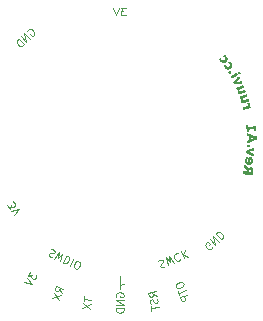
<source format=gbo>
G04 #@! TF.FileFunction,Legend,Bot*
%FSLAX46Y46*%
G04 Gerber Fmt 4.6, Leading zero omitted, Abs format (unit mm)*
G04 Created by KiCad (PCBNEW 0.201503110816+5502~22~ubuntu14.04.1-product) date ថ្ងៃ​អាទិត្យ ថ្ងៃ 29 ខែ មិនា ឆ្នាំ  2015, 13 ម៉ោង m នាទី 44 វិនាទី​*
%MOMM*%
G01*
G04 APERTURE LIST*
%ADD10C,0.020000*%
%ADD11C,0.100000*%
G04 APERTURE END LIST*
D10*
D11*
X92200000Y-108300000D02*
X92370000Y-108300000D01*
X92150000Y-108300000D02*
X92200000Y-108300000D01*
X92080000Y-108320000D02*
X92150000Y-108300000D01*
X92050000Y-108340000D02*
X92080000Y-108320000D01*
X92010000Y-108410000D02*
X92050000Y-108340000D01*
X92000000Y-108480000D02*
X92010000Y-108410000D01*
X92000000Y-108650000D02*
X92000000Y-107550000D01*
X84160545Y-86844559D02*
X84184710Y-86779703D01*
X84252621Y-86716374D01*
X84341642Y-86675683D01*
X84429135Y-86678738D01*
X84493991Y-86702903D01*
X84601066Y-86772342D01*
X84664394Y-86840254D01*
X84726195Y-86951912D01*
X84745777Y-87018295D01*
X84742722Y-87105788D01*
X84695920Y-87191754D01*
X84650646Y-87233973D01*
X84561625Y-87274664D01*
X84517878Y-87273136D01*
X84370112Y-87114676D01*
X84460660Y-87030239D01*
X84356363Y-87508396D02*
X83913064Y-87033017D01*
X84084718Y-87761710D01*
X83641419Y-87286330D01*
X83858346Y-87972805D02*
X83415047Y-87497425D01*
X83301861Y-87602972D01*
X83255059Y-87688937D01*
X83252004Y-87776431D01*
X83271586Y-87842815D01*
X83333387Y-87954472D01*
X83396715Y-88022383D01*
X83503790Y-88091823D01*
X83568646Y-88115987D01*
X83656139Y-88119043D01*
X83745160Y-88078352D01*
X83858346Y-87972805D01*
X92475238Y-84874048D02*
X92072857Y-84874048D01*
X92289524Y-85121667D01*
X92196666Y-85121667D01*
X92134762Y-85152619D01*
X92103809Y-85183571D01*
X92072857Y-85245476D01*
X92072857Y-85400238D01*
X92103809Y-85462143D01*
X92134762Y-85493095D01*
X92196666Y-85524048D01*
X92382381Y-85524048D01*
X92444285Y-85493095D01*
X92475238Y-85462143D01*
X91887142Y-84874048D02*
X91670476Y-85524048D01*
X91453809Y-84874048D01*
X82427969Y-101598475D02*
X82652977Y-101932064D01*
X82737104Y-101613972D01*
X82789030Y-101690955D01*
X82849306Y-101724967D01*
X82892276Y-101733320D01*
X82960905Y-101724364D01*
X83089209Y-101637822D01*
X83123222Y-101577545D01*
X83131574Y-101534576D01*
X83122619Y-101465946D01*
X83018768Y-101311981D01*
X82958491Y-101277969D01*
X82915522Y-101269616D01*
X82756828Y-102086029D02*
X83416860Y-101902177D01*
X82999145Y-102445278D01*
X99829455Y-105135441D02*
X99805290Y-105200297D01*
X99737379Y-105263626D01*
X99648358Y-105304317D01*
X99560865Y-105301262D01*
X99496009Y-105277097D01*
X99388934Y-105207658D01*
X99325606Y-105139746D01*
X99263805Y-105028088D01*
X99244223Y-104961705D01*
X99247278Y-104874212D01*
X99294080Y-104788246D01*
X99339354Y-104746027D01*
X99428375Y-104705336D01*
X99472122Y-104706864D01*
X99619888Y-104865324D01*
X99529340Y-104949761D01*
X99633637Y-104471604D02*
X100076936Y-104946983D01*
X99905282Y-104218290D01*
X100348581Y-104693670D01*
X100131654Y-104007195D02*
X100574953Y-104482575D01*
X100688139Y-104377028D01*
X100734941Y-104291063D01*
X100737996Y-104203569D01*
X100718414Y-104137185D01*
X100656613Y-104025528D01*
X100593285Y-103957617D01*
X100486210Y-103888177D01*
X100421354Y-103864013D01*
X100333861Y-103860957D01*
X100244840Y-103901648D01*
X100131654Y-104007195D01*
X95266021Y-106329488D02*
X95339402Y-106264713D01*
X95481861Y-106204243D01*
X95550938Y-106208547D01*
X95591524Y-106224945D01*
X95644204Y-106269835D01*
X95668392Y-106326818D01*
X95664088Y-106395895D01*
X95647690Y-106436482D01*
X95602801Y-106489161D01*
X95500928Y-106566030D01*
X95456038Y-106618710D01*
X95439640Y-106659295D01*
X95435337Y-106728373D01*
X95459525Y-106785357D01*
X95512205Y-106830247D01*
X95552790Y-106846644D01*
X95621868Y-106850947D01*
X95764327Y-106790477D01*
X95837709Y-106725704D01*
X96049246Y-106669536D02*
X95937730Y-106010738D01*
X96233108Y-106389739D01*
X96165664Y-105913986D01*
X96562099Y-106451843D01*
X96902147Y-105668618D02*
X96861562Y-105652221D01*
X96763992Y-105660010D01*
X96707008Y-105684199D01*
X96633627Y-105748973D01*
X96600832Y-105830145D01*
X96596528Y-105899222D01*
X96616413Y-106025284D01*
X96652695Y-106110759D01*
X96729563Y-106212632D01*
X96782242Y-106257522D01*
X96863414Y-106290317D01*
X96960984Y-106282527D01*
X97017968Y-106258338D01*
X97091349Y-106193565D01*
X97107747Y-106152979D01*
X97134386Y-105502788D02*
X97388361Y-106101116D01*
X97476287Y-105357659D02*
X97364990Y-105808408D01*
X97730263Y-105955987D02*
X97243233Y-105759214D01*
X86172859Y-105299449D02*
X86270097Y-105310639D01*
X86410359Y-105376044D01*
X86453382Y-105430259D01*
X86468354Y-105471392D01*
X86470244Y-105540578D01*
X86444081Y-105596683D01*
X86389868Y-105639706D01*
X86348733Y-105654678D01*
X86279548Y-105656568D01*
X86154257Y-105632297D01*
X86085071Y-105634187D01*
X86043938Y-105649158D01*
X85989724Y-105692182D01*
X85963562Y-105748287D01*
X85965452Y-105817473D01*
X85980423Y-105858606D01*
X86023447Y-105912820D01*
X86163709Y-105978225D01*
X86260947Y-105989416D01*
X86444233Y-106109036D02*
X86859197Y-105585341D01*
X86775191Y-106058451D01*
X87083616Y-105689989D01*
X86949176Y-106344495D01*
X87448297Y-105860043D02*
X87173595Y-106449143D01*
X87313857Y-106514548D01*
X87411095Y-106525739D01*
X87493362Y-106495796D01*
X87547576Y-106452772D01*
X87627952Y-106353644D01*
X87667195Y-106269487D01*
X87691468Y-106144196D01*
X87689578Y-106075011D01*
X87659635Y-105992744D01*
X87588559Y-105925448D01*
X87448297Y-105860043D01*
X88037397Y-106134745D02*
X87762695Y-106723845D01*
X88155428Y-106906979D02*
X88267638Y-106959304D01*
X88336824Y-106957414D01*
X88419090Y-106927471D01*
X88499467Y-106828343D01*
X88591035Y-106631976D01*
X88615306Y-106506685D01*
X88585364Y-106424419D01*
X88542340Y-106370204D01*
X88430130Y-106317879D01*
X88360945Y-106319770D01*
X88278678Y-106349713D01*
X88198302Y-106448841D01*
X88106734Y-106645208D01*
X88082462Y-106770498D01*
X88112405Y-106852765D01*
X88155428Y-106906979D01*
X84409356Y-107233135D02*
X84208165Y-107581607D01*
X84530943Y-107517778D01*
X84484514Y-107598195D01*
X84480367Y-107667282D01*
X84491696Y-107709564D01*
X84529831Y-107767321D01*
X84663859Y-107844702D01*
X84732946Y-107848850D01*
X84775228Y-107837520D01*
X84832986Y-107799386D01*
X84925844Y-107638552D01*
X84929989Y-107569465D01*
X84918661Y-107527183D01*
X84115308Y-107742441D02*
X84569891Y-108255080D01*
X83898641Y-108117719D01*
X87073367Y-109028770D02*
X86856614Y-108719307D01*
X87200403Y-108679742D02*
X86589603Y-108457428D01*
X86504912Y-108690114D01*
X86512825Y-108758872D01*
X86531324Y-108798544D01*
X86578909Y-108848802D01*
X86666166Y-108880561D01*
X86734924Y-108872648D01*
X86774596Y-108854149D01*
X86824855Y-108806564D01*
X86909546Y-108573878D01*
X86388462Y-109010057D02*
X86851054Y-109639570D01*
X86240254Y-109417257D02*
X86999263Y-109232370D01*
X88985453Y-109320475D02*
X88920955Y-109686261D01*
X89593329Y-109616239D02*
X88953204Y-109503368D01*
X88894081Y-109838671D02*
X89458959Y-110378292D01*
X88818833Y-110265421D02*
X89534206Y-109951543D01*
X91705000Y-109334762D02*
X91674048Y-109272857D01*
X91674048Y-109180000D01*
X91705000Y-109087143D01*
X91766905Y-109025238D01*
X91828810Y-108994286D01*
X91952619Y-108963334D01*
X92045476Y-108963334D01*
X92169286Y-108994286D01*
X92231190Y-109025238D01*
X92293095Y-109087143D01*
X92324048Y-109180000D01*
X92324048Y-109241905D01*
X92293095Y-109334762D01*
X92262143Y-109365714D01*
X92045476Y-109365714D01*
X92045476Y-109241905D01*
X92324048Y-109644286D02*
X91674048Y-109644286D01*
X92324048Y-110015714D01*
X91674048Y-110015714D01*
X92324048Y-110325238D02*
X91674048Y-110325238D01*
X91674048Y-110480000D01*
X91705000Y-110572857D01*
X91766905Y-110634762D01*
X91828810Y-110665714D01*
X91952619Y-110696666D01*
X92045476Y-110696666D01*
X92169286Y-110665714D01*
X92231190Y-110634762D01*
X92293095Y-110572857D01*
X92324048Y-110480000D01*
X92324048Y-110325238D01*
X95107770Y-109248394D02*
X94765325Y-109088768D01*
X95043272Y-108882609D02*
X94403147Y-108995480D01*
X94446146Y-109239337D01*
X94487377Y-109294927D01*
X94523234Y-109320034D01*
X94589573Y-109339766D01*
X94681019Y-109323641D01*
X94736609Y-109282410D01*
X94761716Y-109246553D01*
X94781449Y-109180214D01*
X94738451Y-108936357D01*
X95120286Y-109497627D02*
X95166893Y-109583698D01*
X95193768Y-109736109D01*
X95174034Y-109802448D01*
X95148927Y-109838305D01*
X95093338Y-109879536D01*
X95032373Y-109890286D01*
X94966035Y-109870554D01*
X94930177Y-109845446D01*
X94888946Y-109789857D01*
X94836964Y-109673303D01*
X94795732Y-109617713D01*
X94759876Y-109592606D01*
X94693536Y-109572874D01*
X94632572Y-109583624D01*
X94576982Y-109624855D01*
X94551875Y-109660712D01*
X94532143Y-109727051D01*
X94559017Y-109879462D01*
X94605623Y-109965534D01*
X94607391Y-110153802D02*
X94671889Y-110519587D01*
X95279765Y-110223823D02*
X94639640Y-110336695D01*
X96738495Y-108405485D02*
X96780840Y-108521829D01*
X96831098Y-108569414D01*
X96910442Y-108606412D01*
X97037371Y-108593153D01*
X97240972Y-108519049D01*
X97346727Y-108447617D01*
X97383727Y-108368274D01*
X97391640Y-108299515D01*
X97349295Y-108183172D01*
X97299036Y-108135588D01*
X97219692Y-108098589D01*
X97092763Y-108111849D01*
X96889163Y-108185953D01*
X96783406Y-108257384D01*
X96746407Y-108336728D01*
X96738495Y-108405485D01*
X96897290Y-108841771D02*
X97024326Y-109190800D01*
X97571608Y-108793972D02*
X96960808Y-109016285D01*
X97709230Y-109172087D02*
X97098430Y-109394400D01*
X97183121Y-109627086D01*
X97233379Y-109674671D01*
X97273050Y-109693170D01*
X97341808Y-109701083D01*
X97429065Y-109669324D01*
X97476651Y-109619066D01*
X97495150Y-109579394D01*
X97503064Y-109510636D01*
X97418373Y-109277950D01*
G36*
X100957679Y-89003463D02*
X100929773Y-88965255D01*
X100903146Y-88931863D01*
X100880744Y-88906866D01*
X100869786Y-88896768D01*
X100840206Y-88873480D01*
X100802086Y-88900172D01*
X100763967Y-88926863D01*
X100787107Y-88939132D01*
X100827156Y-88967796D01*
X100863497Y-89007276D01*
X100892362Y-89052450D01*
X100909977Y-89098202D01*
X100912143Y-89108886D01*
X100912745Y-89161076D01*
X100897034Y-89209927D01*
X100864863Y-89255716D01*
X100816082Y-89298722D01*
X100806867Y-89305267D01*
X100762921Y-89332072D01*
X100724042Y-89346876D01*
X100685065Y-89351206D01*
X100658053Y-89349233D01*
X100613509Y-89335652D01*
X100570427Y-89308131D01*
X100532010Y-89269602D01*
X100501460Y-89222996D01*
X100488985Y-89194467D01*
X100473293Y-89151101D01*
X100440319Y-89174190D01*
X100423742Y-89186656D01*
X100414209Y-89198104D01*
X100412138Y-89211531D01*
X100417946Y-89229934D01*
X100432053Y-89256312D01*
X100454877Y-89293661D01*
X100457610Y-89298041D01*
X100507682Y-89367025D01*
X100561472Y-89419478D01*
X100618972Y-89455393D01*
X100680166Y-89474763D01*
X100745047Y-89477582D01*
X100759819Y-89475980D01*
X100785883Y-89471204D01*
X100809855Y-89463193D01*
X100836645Y-89449797D01*
X100871164Y-89428864D01*
X100879382Y-89423614D01*
X100914998Y-89399977D01*
X100940067Y-89380910D01*
X100958818Y-89362665D01*
X100975484Y-89341491D01*
X100981074Y-89333473D01*
X101011001Y-89275114D01*
X101025940Y-89211059D01*
X101025088Y-89144913D01*
X101024290Y-89139482D01*
X101019957Y-89115727D01*
X101014169Y-89095797D01*
X101004973Y-89075702D01*
X100990415Y-89051452D01*
X100968540Y-89019058D01*
X100957679Y-89003463D01*
X100957679Y-89003463D01*
X100957679Y-89003463D01*
G37*
X100957679Y-89003463D02*
X100929773Y-88965255D01*
X100903146Y-88931863D01*
X100880744Y-88906866D01*
X100869786Y-88896768D01*
X100840206Y-88873480D01*
X100802086Y-88900172D01*
X100763967Y-88926863D01*
X100787107Y-88939132D01*
X100827156Y-88967796D01*
X100863497Y-89007276D01*
X100892362Y-89052450D01*
X100909977Y-89098202D01*
X100912143Y-89108886D01*
X100912745Y-89161076D01*
X100897034Y-89209927D01*
X100864863Y-89255716D01*
X100816082Y-89298722D01*
X100806867Y-89305267D01*
X100762921Y-89332072D01*
X100724042Y-89346876D01*
X100685065Y-89351206D01*
X100658053Y-89349233D01*
X100613509Y-89335652D01*
X100570427Y-89308131D01*
X100532010Y-89269602D01*
X100501460Y-89222996D01*
X100488985Y-89194467D01*
X100473293Y-89151101D01*
X100440319Y-89174190D01*
X100423742Y-89186656D01*
X100414209Y-89198104D01*
X100412138Y-89211531D01*
X100417946Y-89229934D01*
X100432053Y-89256312D01*
X100454877Y-89293661D01*
X100457610Y-89298041D01*
X100507682Y-89367025D01*
X100561472Y-89419478D01*
X100618972Y-89455393D01*
X100680166Y-89474763D01*
X100745047Y-89477582D01*
X100759819Y-89475980D01*
X100785883Y-89471204D01*
X100809855Y-89463193D01*
X100836645Y-89449797D01*
X100871164Y-89428864D01*
X100879382Y-89423614D01*
X100914998Y-89399977D01*
X100940067Y-89380910D01*
X100958818Y-89362665D01*
X100975484Y-89341491D01*
X100981074Y-89333473D01*
X101011001Y-89275114D01*
X101025940Y-89211059D01*
X101025088Y-89144913D01*
X101024290Y-89139482D01*
X101019957Y-89115727D01*
X101014169Y-89095797D01*
X101004973Y-89075702D01*
X100990415Y-89051452D01*
X100968540Y-89019058D01*
X100957679Y-89003463D01*
X100957679Y-89003463D01*
G36*
X101329521Y-89512063D02*
X101279984Y-89457077D01*
X101279584Y-89456705D01*
X101247500Y-89426894D01*
X101212596Y-89451333D01*
X101192544Y-89466272D01*
X101184881Y-89475469D01*
X101187555Y-89482084D01*
X101190929Y-89484624D01*
X101236455Y-89523115D01*
X101271482Y-89569195D01*
X101294783Y-89619827D01*
X101305130Y-89671974D01*
X101301297Y-89722595D01*
X101295141Y-89742730D01*
X101270178Y-89787490D01*
X101233540Y-89827082D01*
X101188808Y-89859416D01*
X101139567Y-89882401D01*
X101089403Y-89893947D01*
X101041899Y-89891963D01*
X101040006Y-89891549D01*
X100992805Y-89872706D01*
X100949409Y-89839972D01*
X100912714Y-89796391D01*
X100885614Y-89745010D01*
X100877414Y-89720495D01*
X100870710Y-89698318D01*
X100864815Y-89688893D01*
X100856352Y-89688536D01*
X100850030Y-89690634D01*
X100829272Y-89700537D01*
X100813749Y-89710046D01*
X100802543Y-89720725D01*
X100800299Y-89734600D01*
X100806142Y-89757626D01*
X100806568Y-89758933D01*
X100816978Y-89782121D01*
X100835439Y-89814789D01*
X100859630Y-89852997D01*
X100876711Y-89878057D01*
X100902778Y-89914642D01*
X100922575Y-89940321D01*
X100939177Y-89958338D01*
X100955661Y-89971940D01*
X100975104Y-89984373D01*
X100980476Y-89987498D01*
X101038286Y-90012163D01*
X101100045Y-90023281D01*
X101160718Y-90020093D01*
X101175318Y-90016922D01*
X101222002Y-89999434D01*
X101271951Y-89971525D01*
X101319360Y-89937102D01*
X101358425Y-89900077D01*
X101370292Y-89885581D01*
X101394208Y-89842938D01*
X101410855Y-89792252D01*
X101418325Y-89740772D01*
X101417063Y-89708089D01*
X101400570Y-89642159D01*
X101370552Y-89575287D01*
X101329521Y-89512063D01*
X101329521Y-89512063D01*
X101329521Y-89512063D01*
G37*
X101329521Y-89512063D02*
X101279984Y-89457077D01*
X101279584Y-89456705D01*
X101247500Y-89426894D01*
X101212596Y-89451333D01*
X101192544Y-89466272D01*
X101184881Y-89475469D01*
X101187555Y-89482084D01*
X101190929Y-89484624D01*
X101236455Y-89523115D01*
X101271482Y-89569195D01*
X101294783Y-89619827D01*
X101305130Y-89671974D01*
X101301297Y-89722595D01*
X101295141Y-89742730D01*
X101270178Y-89787490D01*
X101233540Y-89827082D01*
X101188808Y-89859416D01*
X101139567Y-89882401D01*
X101089403Y-89893947D01*
X101041899Y-89891963D01*
X101040006Y-89891549D01*
X100992805Y-89872706D01*
X100949409Y-89839972D01*
X100912714Y-89796391D01*
X100885614Y-89745010D01*
X100877414Y-89720495D01*
X100870710Y-89698318D01*
X100864815Y-89688893D01*
X100856352Y-89688536D01*
X100850030Y-89690634D01*
X100829272Y-89700537D01*
X100813749Y-89710046D01*
X100802543Y-89720725D01*
X100800299Y-89734600D01*
X100806142Y-89757626D01*
X100806568Y-89758933D01*
X100816978Y-89782121D01*
X100835439Y-89814789D01*
X100859630Y-89852997D01*
X100876711Y-89878057D01*
X100902778Y-89914642D01*
X100922575Y-89940321D01*
X100939177Y-89958338D01*
X100955661Y-89971940D01*
X100975104Y-89984373D01*
X100980476Y-89987498D01*
X101038286Y-90012163D01*
X101100045Y-90023281D01*
X101160718Y-90020093D01*
X101175318Y-90016922D01*
X101222002Y-89999434D01*
X101271951Y-89971525D01*
X101319360Y-89937102D01*
X101358425Y-89900077D01*
X101370292Y-89885581D01*
X101394208Y-89842938D01*
X101410855Y-89792252D01*
X101418325Y-89740772D01*
X101417063Y-89708089D01*
X101400570Y-89642159D01*
X101370552Y-89575287D01*
X101329521Y-89512063D01*
X101329521Y-89512063D01*
G36*
X101296498Y-90231190D02*
X101259380Y-90257067D01*
X101231797Y-90275095D01*
X101204554Y-90291048D01*
X101194341Y-90296325D01*
X101176748Y-90305838D01*
X101171539Y-90315235D01*
X101176685Y-90330979D01*
X101180756Y-90339600D01*
X101195846Y-90367591D01*
X101213457Y-90395842D01*
X101215112Y-90398249D01*
X101235134Y-90427006D01*
X101298150Y-90390273D01*
X101326619Y-90373286D01*
X101348510Y-90359477D01*
X101360417Y-90351027D01*
X101361620Y-90349644D01*
X101357919Y-90340963D01*
X101347701Y-90321460D01*
X101332992Y-90294972D01*
X101329287Y-90288469D01*
X101296498Y-90231190D01*
X101296498Y-90231190D01*
X101296498Y-90231190D01*
G37*
X101296498Y-90231190D02*
X101259380Y-90257067D01*
X101231797Y-90275095D01*
X101204554Y-90291048D01*
X101194341Y-90296325D01*
X101176748Y-90305838D01*
X101171539Y-90315235D01*
X101176685Y-90330979D01*
X101180756Y-90339600D01*
X101195846Y-90367591D01*
X101213457Y-90395842D01*
X101215112Y-90398249D01*
X101235134Y-90427006D01*
X101298150Y-90390273D01*
X101326619Y-90373286D01*
X101348510Y-90359477D01*
X101360417Y-90351027D01*
X101361620Y-90349644D01*
X101357919Y-90340963D01*
X101347701Y-90321460D01*
X101332992Y-90294972D01*
X101329287Y-90288469D01*
X101296498Y-90231190D01*
X101296498Y-90231190D01*
G36*
X101854791Y-90391309D02*
X101817861Y-90410769D01*
X101800083Y-90420379D01*
X101770083Y-90436867D01*
X101730434Y-90458806D01*
X101683706Y-90484774D01*
X101632467Y-90513345D01*
X101598697Y-90532225D01*
X101546827Y-90561207D01*
X101498660Y-90588028D01*
X101456564Y-90611375D01*
X101422909Y-90629936D01*
X101400064Y-90642401D01*
X101391909Y-90646726D01*
X101375736Y-90656808D01*
X101372887Y-90667754D01*
X101379438Y-90683713D01*
X101391210Y-90707035D01*
X101405728Y-90735130D01*
X101409882Y-90743052D01*
X101428243Y-90777908D01*
X101460729Y-90760872D01*
X101491203Y-90744561D01*
X101530103Y-90723235D01*
X101575296Y-90698114D01*
X101624650Y-90670417D01*
X101676032Y-90641361D01*
X101727310Y-90612162D01*
X101776352Y-90584040D01*
X101821024Y-90558214D01*
X101859194Y-90535900D01*
X101888729Y-90518317D01*
X101907499Y-90506684D01*
X101913421Y-90502310D01*
X101910049Y-90492362D01*
X101900139Y-90472063D01*
X101885779Y-90445665D01*
X101884656Y-90443689D01*
X101854791Y-90391309D01*
X101854791Y-90391309D01*
X101854791Y-90391309D01*
G37*
X101854791Y-90391309D02*
X101817861Y-90410769D01*
X101800083Y-90420379D01*
X101770083Y-90436867D01*
X101730434Y-90458806D01*
X101683706Y-90484774D01*
X101632467Y-90513345D01*
X101598697Y-90532225D01*
X101546827Y-90561207D01*
X101498660Y-90588028D01*
X101456564Y-90611375D01*
X101422909Y-90629936D01*
X101400064Y-90642401D01*
X101391909Y-90646726D01*
X101375736Y-90656808D01*
X101372887Y-90667754D01*
X101379438Y-90683713D01*
X101391210Y-90707035D01*
X101405728Y-90735130D01*
X101409882Y-90743052D01*
X101428243Y-90777908D01*
X101460729Y-90760872D01*
X101491203Y-90744561D01*
X101530103Y-90723235D01*
X101575296Y-90698114D01*
X101624650Y-90670417D01*
X101676032Y-90641361D01*
X101727310Y-90612162D01*
X101776352Y-90584040D01*
X101821024Y-90558214D01*
X101859194Y-90535900D01*
X101888729Y-90518317D01*
X101907499Y-90506684D01*
X101913421Y-90502310D01*
X101910049Y-90492362D01*
X101900139Y-90472063D01*
X101885779Y-90445665D01*
X101884656Y-90443689D01*
X101854791Y-90391309D01*
X101854791Y-90391309D01*
G36*
X102072394Y-90281430D02*
X102062374Y-90277878D01*
X102044978Y-90284264D01*
X102040270Y-90286498D01*
X102009661Y-90302064D01*
X101992495Y-90314164D01*
X101986490Y-90325691D01*
X101989365Y-90339536D01*
X101992692Y-90346781D01*
X102011668Y-90384789D01*
X102024955Y-90409905D01*
X102034367Y-90424446D01*
X102041717Y-90430730D01*
X102048818Y-90431077D01*
X102056415Y-90428265D01*
X102076173Y-90418740D01*
X102099997Y-90405950D01*
X102101916Y-90404861D01*
X102129430Y-90389160D01*
X102111310Y-90354786D01*
X102097109Y-90327506D01*
X102084123Y-90302029D01*
X102081341Y-90296450D01*
X102072394Y-90281430D01*
X102072394Y-90281430D01*
X102072394Y-90281430D01*
G37*
X102072394Y-90281430D02*
X102062374Y-90277878D01*
X102044978Y-90284264D01*
X102040270Y-90286498D01*
X102009661Y-90302064D01*
X101992495Y-90314164D01*
X101986490Y-90325691D01*
X101989365Y-90339536D01*
X101992692Y-90346781D01*
X102011668Y-90384789D01*
X102024955Y-90409905D01*
X102034367Y-90424446D01*
X102041717Y-90430730D01*
X102048818Y-90431077D01*
X102056415Y-90428265D01*
X102076173Y-90418740D01*
X102099997Y-90405950D01*
X102101916Y-90404861D01*
X102129430Y-90389160D01*
X102111310Y-90354786D01*
X102097109Y-90327506D01*
X102084123Y-90302029D01*
X102081341Y-90296450D01*
X102072394Y-90281430D01*
X102072394Y-90281430D01*
G36*
X102030179Y-90710306D02*
X102022127Y-90701617D01*
X102014073Y-90702912D01*
X102008188Y-90707015D01*
X101998953Y-90715887D01*
X101979757Y-90735699D01*
X101952082Y-90764876D01*
X101917413Y-90801840D01*
X101877230Y-90845013D01*
X101833016Y-90892818D01*
X101805115Y-90923128D01*
X101759888Y-90972411D01*
X101718516Y-91017618D01*
X101682351Y-91057265D01*
X101652747Y-91089858D01*
X101631059Y-91113912D01*
X101618638Y-91127937D01*
X101616177Y-91130964D01*
X101619082Y-91140027D01*
X101627784Y-91159944D01*
X101640313Y-91186701D01*
X101654699Y-91216281D01*
X101668970Y-91244670D01*
X101681157Y-91267848D01*
X101689290Y-91281803D01*
X101691302Y-91284089D01*
X101700545Y-91283476D01*
X101724709Y-91281435D01*
X101761827Y-91278146D01*
X101809936Y-91273786D01*
X101867068Y-91268533D01*
X101931260Y-91262565D01*
X101987326Y-91257305D01*
X102067201Y-91249853D01*
X102131613Y-91243720D01*
X102181957Y-91238360D01*
X102219625Y-91233228D01*
X102246016Y-91227779D01*
X102262524Y-91221464D01*
X102270543Y-91213740D01*
X102271468Y-91204061D01*
X102266695Y-91191879D01*
X102257619Y-91176650D01*
X102245633Y-91157828D01*
X102244835Y-91156546D01*
X102219504Y-91115719D01*
X101966427Y-91146114D01*
X101892244Y-91154694D01*
X101830546Y-91161144D01*
X101782208Y-91165394D01*
X101748103Y-91167380D01*
X101729103Y-91167032D01*
X101725716Y-91164594D01*
X101734696Y-91155614D01*
X101753905Y-91136180D01*
X101781703Y-91107958D01*
X101816450Y-91072613D01*
X101856510Y-91031813D01*
X101900242Y-90987224D01*
X101906782Y-90980552D01*
X101956591Y-90929909D01*
X101995814Y-90889893D01*
X102025421Y-90858713D01*
X102046384Y-90834581D01*
X102059673Y-90815709D01*
X102066260Y-90800306D01*
X102067115Y-90786585D01*
X102063211Y-90772756D01*
X102055516Y-90757029D01*
X102045003Y-90737618D01*
X102041876Y-90731645D01*
X102030179Y-90710306D01*
X102030179Y-90710306D01*
X102030179Y-90710306D01*
G37*
X102030179Y-90710306D02*
X102022127Y-90701617D01*
X102014073Y-90702912D01*
X102008188Y-90707015D01*
X101998953Y-90715887D01*
X101979757Y-90735699D01*
X101952082Y-90764876D01*
X101917413Y-90801840D01*
X101877230Y-90845013D01*
X101833016Y-90892818D01*
X101805115Y-90923128D01*
X101759888Y-90972411D01*
X101718516Y-91017618D01*
X101682351Y-91057265D01*
X101652747Y-91089858D01*
X101631059Y-91113912D01*
X101618638Y-91127937D01*
X101616177Y-91130964D01*
X101619082Y-91140027D01*
X101627784Y-91159944D01*
X101640313Y-91186701D01*
X101654699Y-91216281D01*
X101668970Y-91244670D01*
X101681157Y-91267848D01*
X101689290Y-91281803D01*
X101691302Y-91284089D01*
X101700545Y-91283476D01*
X101724709Y-91281435D01*
X101761827Y-91278146D01*
X101809936Y-91273786D01*
X101867068Y-91268533D01*
X101931260Y-91262565D01*
X101987326Y-91257305D01*
X102067201Y-91249853D01*
X102131613Y-91243720D01*
X102181957Y-91238360D01*
X102219625Y-91233228D01*
X102246016Y-91227779D01*
X102262524Y-91221464D01*
X102270543Y-91213740D01*
X102271468Y-91204061D01*
X102266695Y-91191879D01*
X102257619Y-91176650D01*
X102245633Y-91157828D01*
X102244835Y-91156546D01*
X102219504Y-91115719D01*
X101966427Y-91146114D01*
X101892244Y-91154694D01*
X101830546Y-91161144D01*
X101782208Y-91165394D01*
X101748103Y-91167380D01*
X101729103Y-91167032D01*
X101725716Y-91164594D01*
X101734696Y-91155614D01*
X101753905Y-91136180D01*
X101781703Y-91107958D01*
X101816450Y-91072613D01*
X101856510Y-91031813D01*
X101900242Y-90987224D01*
X101906782Y-90980552D01*
X101956591Y-90929909D01*
X101995814Y-90889893D01*
X102025421Y-90858713D01*
X102046384Y-90834581D01*
X102059673Y-90815709D01*
X102066260Y-90800306D01*
X102067115Y-90786585D01*
X102063211Y-90772756D01*
X102055516Y-90757029D01*
X102045003Y-90737618D01*
X102041876Y-90731645D01*
X102030179Y-90710306D01*
X102030179Y-90710306D01*
G36*
X102374355Y-91444705D02*
X102367502Y-91438634D01*
X102359973Y-91439065D01*
X102359123Y-91439337D01*
X102348145Y-91443633D01*
X102324190Y-91453402D01*
X102289563Y-91467684D01*
X102246567Y-91485514D01*
X102197506Y-91505927D01*
X102144683Y-91527961D01*
X102090402Y-91550653D01*
X102036968Y-91573040D01*
X101986682Y-91594156D01*
X101941850Y-91613039D01*
X101904774Y-91628727D01*
X101877758Y-91640253D01*
X101863107Y-91646656D01*
X101861180Y-91647597D01*
X101862259Y-91656112D01*
X101868509Y-91676215D01*
X101878634Y-91703813D01*
X101880334Y-91708160D01*
X101892027Y-91736358D01*
X101901794Y-91757245D01*
X101907741Y-91766810D01*
X101908147Y-91767015D01*
X101917875Y-91764510D01*
X101939045Y-91757084D01*
X101967408Y-91746246D01*
X101972617Y-91744180D01*
X102002518Y-91732518D01*
X102019376Y-91727177D01*
X102025842Y-91728035D01*
X102024560Y-91734966D01*
X102021228Y-91741881D01*
X101992847Y-91804596D01*
X101974201Y-91861280D01*
X101965989Y-91909482D01*
X101966375Y-91933395D01*
X101979520Y-91990964D01*
X102004036Y-92037800D01*
X102038719Y-92072658D01*
X102082366Y-92094297D01*
X102129089Y-92101455D01*
X102147858Y-92101198D01*
X102166589Y-92099332D01*
X102187435Y-92095154D01*
X102212550Y-92087957D01*
X102244089Y-92077040D01*
X102284208Y-92061697D01*
X102335059Y-92041225D01*
X102398799Y-92014919D01*
X102416854Y-92007408D01*
X102575214Y-91941475D01*
X102564357Y-91911925D01*
X102553527Y-91883562D01*
X102541307Y-91853031D01*
X102539802Y-91849388D01*
X102526106Y-91816402D01*
X102441590Y-91852621D01*
X102364126Y-91885182D01*
X102295708Y-91912649D01*
X102237770Y-91934490D01*
X102191743Y-91950173D01*
X102159060Y-91959164D01*
X102151292Y-91960595D01*
X102111639Y-91959083D01*
X102077923Y-91944042D01*
X102051439Y-91918252D01*
X102033481Y-91884498D01*
X102025342Y-91845563D01*
X102028318Y-91804229D01*
X102043702Y-91763278D01*
X102052795Y-91748787D01*
X102067497Y-91730195D01*
X102084937Y-91713397D01*
X102107329Y-91697110D01*
X102136886Y-91680051D01*
X102175823Y-91660936D01*
X102226352Y-91638481D01*
X102287491Y-91612730D01*
X102330482Y-91594434D01*
X102367454Y-91577808D01*
X102395765Y-91564112D01*
X102412774Y-91554608D01*
X102416535Y-91551179D01*
X102413991Y-91539564D01*
X102406309Y-91517228D01*
X102395150Y-91488989D01*
X102395068Y-91488792D01*
X102382791Y-91460389D01*
X102374355Y-91444705D01*
X102374355Y-91444705D01*
X102374355Y-91444705D01*
G37*
X102374355Y-91444705D02*
X102367502Y-91438634D01*
X102359973Y-91439065D01*
X102359123Y-91439337D01*
X102348145Y-91443633D01*
X102324190Y-91453402D01*
X102289563Y-91467684D01*
X102246567Y-91485514D01*
X102197506Y-91505927D01*
X102144683Y-91527961D01*
X102090402Y-91550653D01*
X102036968Y-91573040D01*
X101986682Y-91594156D01*
X101941850Y-91613039D01*
X101904774Y-91628727D01*
X101877758Y-91640253D01*
X101863107Y-91646656D01*
X101861180Y-91647597D01*
X101862259Y-91656112D01*
X101868509Y-91676215D01*
X101878634Y-91703813D01*
X101880334Y-91708160D01*
X101892027Y-91736358D01*
X101901794Y-91757245D01*
X101907741Y-91766810D01*
X101908147Y-91767015D01*
X101917875Y-91764510D01*
X101939045Y-91757084D01*
X101967408Y-91746246D01*
X101972617Y-91744180D01*
X102002518Y-91732518D01*
X102019376Y-91727177D01*
X102025842Y-91728035D01*
X102024560Y-91734966D01*
X102021228Y-91741881D01*
X101992847Y-91804596D01*
X101974201Y-91861280D01*
X101965989Y-91909482D01*
X101966375Y-91933395D01*
X101979520Y-91990964D01*
X102004036Y-92037800D01*
X102038719Y-92072658D01*
X102082366Y-92094297D01*
X102129089Y-92101455D01*
X102147858Y-92101198D01*
X102166589Y-92099332D01*
X102187435Y-92095154D01*
X102212550Y-92087957D01*
X102244089Y-92077040D01*
X102284208Y-92061697D01*
X102335059Y-92041225D01*
X102398799Y-92014919D01*
X102416854Y-92007408D01*
X102575214Y-91941475D01*
X102564357Y-91911925D01*
X102553527Y-91883562D01*
X102541307Y-91853031D01*
X102539802Y-91849388D01*
X102526106Y-91816402D01*
X102441590Y-91852621D01*
X102364126Y-91885182D01*
X102295708Y-91912649D01*
X102237770Y-91934490D01*
X102191743Y-91950173D01*
X102159060Y-91959164D01*
X102151292Y-91960595D01*
X102111639Y-91959083D01*
X102077923Y-91944042D01*
X102051439Y-91918252D01*
X102033481Y-91884498D01*
X102025342Y-91845563D01*
X102028318Y-91804229D01*
X102043702Y-91763278D01*
X102052795Y-91748787D01*
X102067497Y-91730195D01*
X102084937Y-91713397D01*
X102107329Y-91697110D01*
X102136886Y-91680051D01*
X102175823Y-91660936D01*
X102226352Y-91638481D01*
X102287491Y-91612730D01*
X102330482Y-91594434D01*
X102367454Y-91577808D01*
X102395765Y-91564112D01*
X102412774Y-91554608D01*
X102416535Y-91551179D01*
X102413991Y-91539564D01*
X102406309Y-91517228D01*
X102395150Y-91488989D01*
X102395068Y-91488792D01*
X102382791Y-91460389D01*
X102374355Y-91444705D01*
X102374355Y-91444705D01*
G36*
X102671362Y-92212007D02*
X102662588Y-92213128D01*
X102639735Y-92219181D01*
X102604755Y-92229562D01*
X102559602Y-92243667D01*
X102506228Y-92260891D01*
X102446586Y-92280631D01*
X102413929Y-92291627D01*
X102351459Y-92312759D01*
X102293991Y-92332154D01*
X102243539Y-92349139D01*
X102202115Y-92363036D01*
X102171730Y-92373171D01*
X102154398Y-92378868D01*
X102151265Y-92379838D01*
X102149065Y-92388469D01*
X102152259Y-92409174D01*
X102160219Y-92438170D01*
X102161731Y-92442834D01*
X102172158Y-92472047D01*
X102181447Y-92493898D01*
X102187828Y-92504302D01*
X102188484Y-92504636D01*
X102199419Y-92502853D01*
X102221698Y-92496942D01*
X102250583Y-92488165D01*
X102251748Y-92487792D01*
X102308231Y-92469659D01*
X102279178Y-92524274D01*
X102253313Y-92577881D01*
X102237963Y-92623124D01*
X102232114Y-92664080D01*
X102234514Y-92703293D01*
X102246505Y-92747348D01*
X102267298Y-92788292D01*
X102293857Y-92821153D01*
X102316790Y-92838061D01*
X102357538Y-92851644D01*
X102406591Y-92856148D01*
X102442784Y-92853417D01*
X102458587Y-92849663D01*
X102486924Y-92841561D01*
X102524936Y-92830037D01*
X102569766Y-92816021D01*
X102618554Y-92800442D01*
X102668443Y-92784230D01*
X102716574Y-92768313D01*
X102760091Y-92753622D01*
X102796134Y-92741085D01*
X102821844Y-92731631D01*
X102834365Y-92726191D01*
X102834620Y-92726022D01*
X102834270Y-92717249D01*
X102829607Y-92697413D01*
X102822153Y-92671376D01*
X102813429Y-92644001D01*
X102804954Y-92620153D01*
X102798251Y-92604693D01*
X102795659Y-92601455D01*
X102786755Y-92603837D01*
X102764439Y-92610878D01*
X102731338Y-92621717D01*
X102690079Y-92635497D01*
X102647736Y-92649839D01*
X102578371Y-92673171D01*
X102522831Y-92691001D01*
X102479057Y-92703777D01*
X102444992Y-92711949D01*
X102418576Y-92715964D01*
X102397751Y-92716271D01*
X102380459Y-92713317D01*
X102370870Y-92710146D01*
X102335672Y-92688353D01*
X102311260Y-92656353D01*
X102298284Y-92617533D01*
X102297394Y-92575285D01*
X102309236Y-92532997D01*
X102330432Y-92498774D01*
X102349490Y-92478954D01*
X102373822Y-92460591D01*
X102405614Y-92442605D01*
X102447052Y-92423917D01*
X102500320Y-92403445D01*
X102567605Y-92380111D01*
X102576765Y-92377054D01*
X102712807Y-92331804D01*
X102694223Y-92274959D01*
X102684412Y-92245882D01*
X102676260Y-92223390D01*
X102671469Y-92212170D01*
X102671362Y-92212007D01*
X102671362Y-92212007D01*
X102671362Y-92212007D01*
G37*
X102671362Y-92212007D02*
X102662588Y-92213128D01*
X102639735Y-92219181D01*
X102604755Y-92229562D01*
X102559602Y-92243667D01*
X102506228Y-92260891D01*
X102446586Y-92280631D01*
X102413929Y-92291627D01*
X102351459Y-92312759D01*
X102293991Y-92332154D01*
X102243539Y-92349139D01*
X102202115Y-92363036D01*
X102171730Y-92373171D01*
X102154398Y-92378868D01*
X102151265Y-92379838D01*
X102149065Y-92388469D01*
X102152259Y-92409174D01*
X102160219Y-92438170D01*
X102161731Y-92442834D01*
X102172158Y-92472047D01*
X102181447Y-92493898D01*
X102187828Y-92504302D01*
X102188484Y-92504636D01*
X102199419Y-92502853D01*
X102221698Y-92496942D01*
X102250583Y-92488165D01*
X102251748Y-92487792D01*
X102308231Y-92469659D01*
X102279178Y-92524274D01*
X102253313Y-92577881D01*
X102237963Y-92623124D01*
X102232114Y-92664080D01*
X102234514Y-92703293D01*
X102246505Y-92747348D01*
X102267298Y-92788292D01*
X102293857Y-92821153D01*
X102316790Y-92838061D01*
X102357538Y-92851644D01*
X102406591Y-92856148D01*
X102442784Y-92853417D01*
X102458587Y-92849663D01*
X102486924Y-92841561D01*
X102524936Y-92830037D01*
X102569766Y-92816021D01*
X102618554Y-92800442D01*
X102668443Y-92784230D01*
X102716574Y-92768313D01*
X102760091Y-92753622D01*
X102796134Y-92741085D01*
X102821844Y-92731631D01*
X102834365Y-92726191D01*
X102834620Y-92726022D01*
X102834270Y-92717249D01*
X102829607Y-92697413D01*
X102822153Y-92671376D01*
X102813429Y-92644001D01*
X102804954Y-92620153D01*
X102798251Y-92604693D01*
X102795659Y-92601455D01*
X102786755Y-92603837D01*
X102764439Y-92610878D01*
X102731338Y-92621717D01*
X102690079Y-92635497D01*
X102647736Y-92649839D01*
X102578371Y-92673171D01*
X102522831Y-92691001D01*
X102479057Y-92703777D01*
X102444992Y-92711949D01*
X102418576Y-92715964D01*
X102397751Y-92716271D01*
X102380459Y-92713317D01*
X102370870Y-92710146D01*
X102335672Y-92688353D01*
X102311260Y-92656353D01*
X102298284Y-92617533D01*
X102297394Y-92575285D01*
X102309236Y-92532997D01*
X102330432Y-92498774D01*
X102349490Y-92478954D01*
X102373822Y-92460591D01*
X102405614Y-92442605D01*
X102447052Y-92423917D01*
X102500320Y-92403445D01*
X102567605Y-92380111D01*
X102576765Y-92377054D01*
X102712807Y-92331804D01*
X102694223Y-92274959D01*
X102684412Y-92245882D01*
X102676260Y-92223390D01*
X102671469Y-92212170D01*
X102671362Y-92212007D01*
X102671362Y-92212007D01*
G36*
X102904389Y-92916889D02*
X102890173Y-92909313D01*
X102866073Y-92911487D01*
X102848662Y-92915685D01*
X102800893Y-92928286D01*
X102815644Y-92971639D01*
X102829146Y-93030194D01*
X102827414Y-93082575D01*
X102815310Y-93120352D01*
X102805008Y-93139830D01*
X102792420Y-93155313D01*
X102773447Y-93170759D01*
X102743995Y-93190124D01*
X102741380Y-93191762D01*
X102714892Y-93207242D01*
X102687721Y-93220336D01*
X102656069Y-93232471D01*
X102616138Y-93245070D01*
X102564131Y-93259562D01*
X102552843Y-93262575D01*
X102508358Y-93274819D01*
X102470113Y-93286157D01*
X102440920Y-93295694D01*
X102423586Y-93302529D01*
X102420023Y-93305043D01*
X102421069Y-93316572D01*
X102425594Y-93339604D01*
X102432638Y-93369274D01*
X102433052Y-93370896D01*
X102447958Y-93429063D01*
X102705688Y-93358070D01*
X102769350Y-93340489D01*
X102827964Y-93324220D01*
X102879472Y-93309840D01*
X102921813Y-93297927D01*
X102952929Y-93289059D01*
X102970759Y-93283813D01*
X102974029Y-93282738D01*
X102976503Y-93273536D01*
X102975335Y-93253068D01*
X102971425Y-93226413D01*
X102965661Y-93198650D01*
X102958940Y-93174859D01*
X102952556Y-93160671D01*
X102943016Y-93159881D01*
X102922503Y-93163681D01*
X102903867Y-93168762D01*
X102877573Y-93176468D01*
X102857752Y-93181740D01*
X102850934Y-93183134D01*
X102850690Y-93176444D01*
X102856814Y-93157900D01*
X102868113Y-93130826D01*
X102875385Y-93115014D01*
X102893353Y-93076572D01*
X102905136Y-93049041D01*
X102911918Y-93028058D01*
X102914887Y-93009259D01*
X102915229Y-92988280D01*
X102914579Y-92970836D01*
X102911573Y-92936601D01*
X102904389Y-92916889D01*
X102904389Y-92916889D01*
X102904389Y-92916889D01*
G37*
X102904389Y-92916889D02*
X102890173Y-92909313D01*
X102866073Y-92911487D01*
X102848662Y-92915685D01*
X102800893Y-92928286D01*
X102815644Y-92971639D01*
X102829146Y-93030194D01*
X102827414Y-93082575D01*
X102815310Y-93120352D01*
X102805008Y-93139830D01*
X102792420Y-93155313D01*
X102773447Y-93170759D01*
X102743995Y-93190124D01*
X102741380Y-93191762D01*
X102714892Y-93207242D01*
X102687721Y-93220336D01*
X102656069Y-93232471D01*
X102616138Y-93245070D01*
X102564131Y-93259562D01*
X102552843Y-93262575D01*
X102508358Y-93274819D01*
X102470113Y-93286157D01*
X102440920Y-93295694D01*
X102423586Y-93302529D01*
X102420023Y-93305043D01*
X102421069Y-93316572D01*
X102425594Y-93339604D01*
X102432638Y-93369274D01*
X102433052Y-93370896D01*
X102447958Y-93429063D01*
X102705688Y-93358070D01*
X102769350Y-93340489D01*
X102827964Y-93324220D01*
X102879472Y-93309840D01*
X102921813Y-93297927D01*
X102952929Y-93289059D01*
X102970759Y-93283813D01*
X102974029Y-93282738D01*
X102976503Y-93273536D01*
X102975335Y-93253068D01*
X102971425Y-93226413D01*
X102965661Y-93198650D01*
X102958940Y-93174859D01*
X102952556Y-93160671D01*
X102943016Y-93159881D01*
X102922503Y-93163681D01*
X102903867Y-93168762D01*
X102877573Y-93176468D01*
X102857752Y-93181740D01*
X102850934Y-93183134D01*
X102850690Y-93176444D01*
X102856814Y-93157900D01*
X102868113Y-93130826D01*
X102875385Y-93115014D01*
X102893353Y-93076572D01*
X102905136Y-93049041D01*
X102911918Y-93028058D01*
X102914887Y-93009259D01*
X102915229Y-92988280D01*
X102914579Y-92970836D01*
X102911573Y-92936601D01*
X102904389Y-92916889D01*
X102904389Y-92916889D01*
G36*
X103462781Y-94897650D02*
X103134364Y-94933603D01*
X103061443Y-94941538D01*
X102993751Y-94948811D01*
X102933156Y-94955228D01*
X102881522Y-94960597D01*
X102840715Y-94964723D01*
X102812601Y-94967414D01*
X102799043Y-94968476D01*
X102798175Y-94968469D01*
X102793818Y-94961366D01*
X102789660Y-94940686D01*
X102785580Y-94905482D01*
X102781457Y-94854807D01*
X102779030Y-94818466D01*
X102777061Y-94787206D01*
X102733688Y-94791611D01*
X102690313Y-94796016D01*
X102710121Y-95027107D01*
X102715396Y-95089045D01*
X102720216Y-95146361D01*
X102724377Y-95196604D01*
X102727680Y-95237326D01*
X102729923Y-95266075D01*
X102730906Y-95280402D01*
X102730909Y-95280471D01*
X102732602Y-95293222D01*
X102739046Y-95298828D01*
X102754507Y-95298713D01*
X102775987Y-95295496D01*
X102801206Y-95289764D01*
X102815862Y-95283166D01*
X102817940Y-95279399D01*
X102814622Y-95258405D01*
X102812154Y-95228982D01*
X102810618Y-95195506D01*
X102810098Y-95162351D01*
X102810674Y-95133892D01*
X102812430Y-95114504D01*
X102814713Y-95108476D01*
X102825697Y-95106442D01*
X102850810Y-95103043D01*
X102887689Y-95098530D01*
X102933966Y-95093152D01*
X102987276Y-95087162D01*
X103045254Y-95080809D01*
X103105537Y-95074345D01*
X103165757Y-95068020D01*
X103223548Y-95062085D01*
X103276546Y-95056791D01*
X103322386Y-95052389D01*
X103358702Y-95049130D01*
X103383129Y-95047263D01*
X103393302Y-95047040D01*
X103393442Y-95047117D01*
X103393516Y-95056502D01*
X103391736Y-95079050D01*
X103388434Y-95111105D01*
X103385124Y-95139449D01*
X103380503Y-95182174D01*
X103379805Y-95210526D01*
X103384182Y-95226867D01*
X103394789Y-95233555D01*
X103412781Y-95232953D01*
X103429244Y-95229714D01*
X103442131Y-95226235D01*
X103450640Y-95220404D01*
X103456309Y-95208759D01*
X103460673Y-95187837D01*
X103465270Y-95154178D01*
X103466265Y-95146306D01*
X103470011Y-95100949D01*
X103471417Y-95048168D01*
X103470302Y-94997367D01*
X103469401Y-94983296D01*
X103462781Y-94897650D01*
X103462781Y-94897650D01*
X103462781Y-94897650D01*
G37*
X103462781Y-94897650D02*
X103134364Y-94933603D01*
X103061443Y-94941538D01*
X102993751Y-94948811D01*
X102933156Y-94955228D01*
X102881522Y-94960597D01*
X102840715Y-94964723D01*
X102812601Y-94967414D01*
X102799043Y-94968476D01*
X102798175Y-94968469D01*
X102793818Y-94961366D01*
X102789660Y-94940686D01*
X102785580Y-94905482D01*
X102781457Y-94854807D01*
X102779030Y-94818466D01*
X102777061Y-94787206D01*
X102733688Y-94791611D01*
X102690313Y-94796016D01*
X102710121Y-95027107D01*
X102715396Y-95089045D01*
X102720216Y-95146361D01*
X102724377Y-95196604D01*
X102727680Y-95237326D01*
X102729923Y-95266075D01*
X102730906Y-95280402D01*
X102730909Y-95280471D01*
X102732602Y-95293222D01*
X102739046Y-95298828D01*
X102754507Y-95298713D01*
X102775987Y-95295496D01*
X102801206Y-95289764D01*
X102815862Y-95283166D01*
X102817940Y-95279399D01*
X102814622Y-95258405D01*
X102812154Y-95228982D01*
X102810618Y-95195506D01*
X102810098Y-95162351D01*
X102810674Y-95133892D01*
X102812430Y-95114504D01*
X102814713Y-95108476D01*
X102825697Y-95106442D01*
X102850810Y-95103043D01*
X102887689Y-95098530D01*
X102933966Y-95093152D01*
X102987276Y-95087162D01*
X103045254Y-95080809D01*
X103105537Y-95074345D01*
X103165757Y-95068020D01*
X103223548Y-95062085D01*
X103276546Y-95056791D01*
X103322386Y-95052389D01*
X103358702Y-95049130D01*
X103383129Y-95047263D01*
X103393302Y-95047040D01*
X103393442Y-95047117D01*
X103393516Y-95056502D01*
X103391736Y-95079050D01*
X103388434Y-95111105D01*
X103385124Y-95139449D01*
X103380503Y-95182174D01*
X103379805Y-95210526D01*
X103384182Y-95226867D01*
X103394789Y-95233555D01*
X103412781Y-95232953D01*
X103429244Y-95229714D01*
X103442131Y-95226235D01*
X103450640Y-95220404D01*
X103456309Y-95208759D01*
X103460673Y-95187837D01*
X103465270Y-95154178D01*
X103466265Y-95146306D01*
X103470011Y-95100949D01*
X103471417Y-95048168D01*
X103470302Y-94997367D01*
X103469401Y-94983296D01*
X103462781Y-94897650D01*
X103462781Y-94897650D01*
G36*
X103511701Y-95760938D02*
X103307170Y-95693294D01*
X103429823Y-95868461D01*
X103429800Y-95868538D01*
X103421510Y-95872553D01*
X103399843Y-95881518D01*
X103367318Y-95894475D01*
X103326456Y-95910461D01*
X103279776Y-95928518D01*
X103229799Y-95947683D01*
X103179046Y-95966996D01*
X103130035Y-95985496D01*
X103085288Y-96002224D01*
X103047324Y-96016218D01*
X103018664Y-96026517D01*
X103001828Y-96032162D01*
X102998516Y-96032933D01*
X102996571Y-96024930D01*
X102995255Y-96004699D01*
X102994883Y-95982179D01*
X102994833Y-95952710D01*
X102994664Y-95912182D01*
X102994404Y-95866493D01*
X102994161Y-95831445D01*
X102993396Y-95730934D01*
X103213239Y-95797107D01*
X103270930Y-95814693D01*
X103322721Y-95830904D01*
X103366559Y-95845063D01*
X103400391Y-95856495D01*
X103422165Y-95864520D01*
X103429823Y-95868461D01*
X103307170Y-95693294D01*
X103137961Y-95637331D01*
X103061788Y-95612148D01*
X102990508Y-95588601D01*
X102925743Y-95567226D01*
X102869119Y-95548556D01*
X102822263Y-95533129D01*
X102786798Y-95521479D01*
X102764350Y-95514144D01*
X102756623Y-95511672D01*
X102753255Y-95518525D01*
X102750798Y-95538577D01*
X102749630Y-95568073D01*
X102749606Y-95581339D01*
X102751219Y-95618701D01*
X102755087Y-95645065D01*
X102760778Y-95657626D01*
X102761484Y-95658040D01*
X102774641Y-95662783D01*
X102799198Y-95670809D01*
X102830303Y-95680539D01*
X102836625Y-95682473D01*
X102900468Y-95701921D01*
X102902499Y-95884824D01*
X102903089Y-95938623D01*
X102903600Y-95986360D01*
X102904006Y-96025553D01*
X102904283Y-96053718D01*
X102904402Y-96068371D01*
X102904401Y-96069887D01*
X102896973Y-96073609D01*
X102877122Y-96081834D01*
X102848324Y-96093148D01*
X102829377Y-96100386D01*
X102754479Y-96128723D01*
X102756187Y-96199727D01*
X102757346Y-96232064D01*
X102758956Y-96256739D01*
X102760731Y-96269813D01*
X102761357Y-96270922D01*
X102769931Y-96267906D01*
X102792250Y-96259243D01*
X102826456Y-96245687D01*
X102870690Y-96227993D01*
X102923095Y-96206919D01*
X102981814Y-96183218D01*
X103044988Y-96157645D01*
X103110759Y-96130957D01*
X103177270Y-96103909D01*
X103242663Y-96077257D01*
X103305081Y-96051754D01*
X103362664Y-96028158D01*
X103413557Y-96007222D01*
X103455900Y-95989705D01*
X103487836Y-95976359D01*
X103507507Y-95967942D01*
X103513199Y-95965215D01*
X103513102Y-95956204D01*
X103512918Y-95933641D01*
X103512673Y-95900938D01*
X103512396Y-95861747D01*
X103511701Y-95760938D01*
X103511701Y-95760938D01*
X103511701Y-95760938D01*
G37*
X103511701Y-95760938D02*
X103307170Y-95693294D01*
X103429823Y-95868461D01*
X103429800Y-95868538D01*
X103421510Y-95872553D01*
X103399843Y-95881518D01*
X103367318Y-95894475D01*
X103326456Y-95910461D01*
X103279776Y-95928518D01*
X103229799Y-95947683D01*
X103179046Y-95966996D01*
X103130035Y-95985496D01*
X103085288Y-96002224D01*
X103047324Y-96016218D01*
X103018664Y-96026517D01*
X103001828Y-96032162D01*
X102998516Y-96032933D01*
X102996571Y-96024930D01*
X102995255Y-96004699D01*
X102994883Y-95982179D01*
X102994833Y-95952710D01*
X102994664Y-95912182D01*
X102994404Y-95866493D01*
X102994161Y-95831445D01*
X102993396Y-95730934D01*
X103213239Y-95797107D01*
X103270930Y-95814693D01*
X103322721Y-95830904D01*
X103366559Y-95845063D01*
X103400391Y-95856495D01*
X103422165Y-95864520D01*
X103429823Y-95868461D01*
X103307170Y-95693294D01*
X103137961Y-95637331D01*
X103061788Y-95612148D01*
X102990508Y-95588601D01*
X102925743Y-95567226D01*
X102869119Y-95548556D01*
X102822263Y-95533129D01*
X102786798Y-95521479D01*
X102764350Y-95514144D01*
X102756623Y-95511672D01*
X102753255Y-95518525D01*
X102750798Y-95538577D01*
X102749630Y-95568073D01*
X102749606Y-95581339D01*
X102751219Y-95618701D01*
X102755087Y-95645065D01*
X102760778Y-95657626D01*
X102761484Y-95658040D01*
X102774641Y-95662783D01*
X102799198Y-95670809D01*
X102830303Y-95680539D01*
X102836625Y-95682473D01*
X102900468Y-95701921D01*
X102902499Y-95884824D01*
X102903089Y-95938623D01*
X102903600Y-95986360D01*
X102904006Y-96025553D01*
X102904283Y-96053718D01*
X102904402Y-96068371D01*
X102904401Y-96069887D01*
X102896973Y-96073609D01*
X102877122Y-96081834D01*
X102848324Y-96093148D01*
X102829377Y-96100386D01*
X102754479Y-96128723D01*
X102756187Y-96199727D01*
X102757346Y-96232064D01*
X102758956Y-96256739D01*
X102760731Y-96269813D01*
X102761357Y-96270922D01*
X102769931Y-96267906D01*
X102792250Y-96259243D01*
X102826456Y-96245687D01*
X102870690Y-96227993D01*
X102923095Y-96206919D01*
X102981814Y-96183218D01*
X103044988Y-96157645D01*
X103110759Y-96130957D01*
X103177270Y-96103909D01*
X103242663Y-96077257D01*
X103305081Y-96051754D01*
X103362664Y-96028158D01*
X103413557Y-96007222D01*
X103455900Y-95989705D01*
X103487836Y-95976359D01*
X103507507Y-95967942D01*
X103513199Y-95965215D01*
X103513102Y-95956204D01*
X103512918Y-95933641D01*
X103512673Y-95900938D01*
X103512396Y-95861747D01*
X103511701Y-95760938D01*
X103511701Y-95760938D01*
G36*
X102890097Y-96481267D02*
X102880167Y-96477385D01*
X102858336Y-96473980D01*
X102829667Y-96471353D01*
X102799221Y-96469802D01*
X102772059Y-96469627D01*
X102753243Y-96471128D01*
X102748170Y-96472864D01*
X102745291Y-96482815D01*
X102742691Y-96504718D01*
X102741121Y-96529983D01*
X102740413Y-96559718D01*
X102740730Y-96583335D01*
X102741749Y-96594153D01*
X102750548Y-96598491D01*
X102771450Y-96602253D01*
X102799599Y-96605138D01*
X102830138Y-96606841D01*
X102858211Y-96607058D01*
X102878962Y-96605488D01*
X102886498Y-96603186D01*
X102889713Y-96593120D01*
X102892091Y-96571607D01*
X102893467Y-96544143D01*
X102893679Y-96516229D01*
X102892566Y-96493363D01*
X102890097Y-96481267D01*
X102890097Y-96481267D01*
X102890097Y-96481267D01*
G37*
X102890097Y-96481267D02*
X102880167Y-96477385D01*
X102858336Y-96473980D01*
X102829667Y-96471353D01*
X102799221Y-96469802D01*
X102772059Y-96469627D01*
X102753243Y-96471128D01*
X102748170Y-96472864D01*
X102745291Y-96482815D01*
X102742691Y-96504718D01*
X102741121Y-96529983D01*
X102740413Y-96559718D01*
X102740730Y-96583335D01*
X102741749Y-96594153D01*
X102750548Y-96598491D01*
X102771450Y-96602253D01*
X102799599Y-96605138D01*
X102830138Y-96606841D01*
X102858211Y-96607058D01*
X102878962Y-96605488D01*
X102886498Y-96603186D01*
X102889713Y-96593120D01*
X102892091Y-96571607D01*
X102893467Y-96544143D01*
X102893679Y-96516229D01*
X102892566Y-96493363D01*
X102890097Y-96481267D01*
X102890097Y-96481267D01*
G36*
X103282138Y-96763366D02*
X103276408Y-96760133D01*
X103258959Y-96765268D01*
X103228979Y-96774440D01*
X103188747Y-96786924D01*
X103140548Y-96801997D01*
X103086665Y-96818937D01*
X103029382Y-96837017D01*
X102970981Y-96855514D01*
X102913746Y-96873706D01*
X102859959Y-96890868D01*
X102811903Y-96906275D01*
X102771863Y-96919204D01*
X102742122Y-96928931D01*
X102724961Y-96934733D01*
X102721674Y-96936013D01*
X102718224Y-96945882D01*
X102714170Y-96968771D01*
X102710126Y-97000780D01*
X102707950Y-97022873D01*
X102704919Y-97061223D01*
X102704319Y-97086230D01*
X102706607Y-97101396D01*
X102712239Y-97110225D01*
X102720012Y-97115370D01*
X102732082Y-97121349D01*
X102756694Y-97133286D01*
X102791643Y-97150124D01*
X102834719Y-97170811D01*
X102883713Y-97194290D01*
X102936418Y-97219507D01*
X102990625Y-97245407D01*
X103044126Y-97270937D01*
X103094712Y-97295039D01*
X103140175Y-97316661D01*
X103178307Y-97334748D01*
X103206898Y-97348243D01*
X103223743Y-97356094D01*
X103227297Y-97357658D01*
X103230137Y-97350734D01*
X103233589Y-97331760D01*
X103237033Y-97305606D01*
X103239853Y-97277141D01*
X103241430Y-97251231D01*
X103241562Y-97245346D01*
X103239298Y-97239366D01*
X103231373Y-97231944D01*
X103216271Y-97222305D01*
X103192478Y-97209670D01*
X103158476Y-97193259D01*
X103112749Y-97172297D01*
X103053783Y-97146006D01*
X103012638Y-97127885D01*
X102955007Y-97102409D01*
X102902998Y-97079090D01*
X102858482Y-97058791D01*
X102823324Y-97042374D01*
X102799393Y-97030706D01*
X102788558Y-97024650D01*
X102788160Y-97024039D01*
X102797212Y-97021011D01*
X102820517Y-97014053D01*
X102855992Y-97003764D01*
X102901543Y-96990745D01*
X102955081Y-96975595D01*
X103014519Y-96958913D01*
X103028890Y-96954899D01*
X103089562Y-96937699D01*
X103144921Y-96921493D01*
X103192850Y-96906939D01*
X103231230Y-96894699D01*
X103257945Y-96885436D01*
X103270875Y-96879808D01*
X103271661Y-96879122D01*
X103275784Y-96866009D01*
X103280004Y-96841462D01*
X103283187Y-96813077D01*
X103284703Y-96780522D01*
X103282138Y-96763366D01*
X103282138Y-96763366D01*
X103282138Y-96763366D01*
G37*
X103282138Y-96763366D02*
X103276408Y-96760133D01*
X103258959Y-96765268D01*
X103228979Y-96774440D01*
X103188747Y-96786924D01*
X103140548Y-96801997D01*
X103086665Y-96818937D01*
X103029382Y-96837017D01*
X102970981Y-96855514D01*
X102913746Y-96873706D01*
X102859959Y-96890868D01*
X102811903Y-96906275D01*
X102771863Y-96919204D01*
X102742122Y-96928931D01*
X102724961Y-96934733D01*
X102721674Y-96936013D01*
X102718224Y-96945882D01*
X102714170Y-96968771D01*
X102710126Y-97000780D01*
X102707950Y-97022873D01*
X102704919Y-97061223D01*
X102704319Y-97086230D01*
X102706607Y-97101396D01*
X102712239Y-97110225D01*
X102720012Y-97115370D01*
X102732082Y-97121349D01*
X102756694Y-97133286D01*
X102791643Y-97150124D01*
X102834719Y-97170811D01*
X102883713Y-97194290D01*
X102936418Y-97219507D01*
X102990625Y-97245407D01*
X103044126Y-97270937D01*
X103094712Y-97295039D01*
X103140175Y-97316661D01*
X103178307Y-97334748D01*
X103206898Y-97348243D01*
X103223743Y-97356094D01*
X103227297Y-97357658D01*
X103230137Y-97350734D01*
X103233589Y-97331760D01*
X103237033Y-97305606D01*
X103239853Y-97277141D01*
X103241430Y-97251231D01*
X103241562Y-97245346D01*
X103239298Y-97239366D01*
X103231373Y-97231944D01*
X103216271Y-97222305D01*
X103192478Y-97209670D01*
X103158476Y-97193259D01*
X103112749Y-97172297D01*
X103053783Y-97146006D01*
X103012638Y-97127885D01*
X102955007Y-97102409D01*
X102902998Y-97079090D01*
X102858482Y-97058791D01*
X102823324Y-97042374D01*
X102799393Y-97030706D01*
X102788558Y-97024650D01*
X102788160Y-97024039D01*
X102797212Y-97021011D01*
X102820517Y-97014053D01*
X102855992Y-97003764D01*
X102901543Y-96990745D01*
X102955081Y-96975595D01*
X103014519Y-96958913D01*
X103028890Y-96954899D01*
X103089562Y-96937699D01*
X103144921Y-96921493D01*
X103192850Y-96906939D01*
X103231230Y-96894699D01*
X103257945Y-96885436D01*
X103270875Y-96879808D01*
X103271661Y-96879122D01*
X103275784Y-96866009D01*
X103280004Y-96841462D01*
X103283187Y-96813077D01*
X103284703Y-96780522D01*
X103282138Y-96763366D01*
X103282138Y-96763366D01*
G36*
X103135674Y-97614146D02*
X103100255Y-97572459D01*
X103059092Y-97542168D01*
X103008198Y-97520795D01*
X102969094Y-97510742D01*
X102938266Y-97504191D01*
X103079167Y-97705418D01*
X103102372Y-97740454D01*
X103109678Y-97761531D01*
X103111171Y-97797134D01*
X103103448Y-97838114D01*
X103088456Y-97877082D01*
X103072767Y-97901568D01*
X103049098Y-97924536D01*
X103020361Y-97940752D01*
X102982106Y-97952267D01*
X102949500Y-97958283D01*
X102900328Y-97965964D01*
X102927809Y-97809172D01*
X102936851Y-97759819D01*
X102945521Y-97716581D01*
X102953229Y-97682099D01*
X102959382Y-97659016D01*
X102963388Y-97649974D01*
X102963445Y-97649953D01*
X102975905Y-97650687D01*
X102998042Y-97655335D01*
X103009845Y-97658504D01*
X103046716Y-97676441D01*
X103079167Y-97705418D01*
X102938266Y-97504191D01*
X102915260Y-97499300D01*
X102877944Y-97727315D01*
X102840629Y-97955330D01*
X102814632Y-97947650D01*
X102758509Y-97924634D01*
X102716823Y-97892853D01*
X102689401Y-97852021D01*
X102676069Y-97801844D01*
X102676656Y-97742034D01*
X102679613Y-97721621D01*
X102690158Y-97676993D01*
X102706271Y-97627685D01*
X102725386Y-97580632D01*
X102744945Y-97542770D01*
X102746756Y-97539867D01*
X102755880Y-97521514D01*
X102753065Y-97510586D01*
X102736512Y-97505034D01*
X102714532Y-97503189D01*
X102681625Y-97501673D01*
X102648231Y-97587670D01*
X102619250Y-97676563D01*
X102603421Y-97759294D01*
X102600631Y-97834938D01*
X102610761Y-97902574D01*
X102633699Y-97961279D01*
X102669327Y-98010129D01*
X102704801Y-98040084D01*
X102750410Y-98063568D01*
X102806232Y-98080594D01*
X102866378Y-98090028D01*
X102924959Y-98090740D01*
X102951482Y-98087530D01*
X103013962Y-98068509D01*
X103067655Y-98035014D01*
X103112336Y-97987207D01*
X103134118Y-97952833D01*
X103159377Y-97894627D01*
X103175854Y-97830606D01*
X103182404Y-97766859D01*
X103178817Y-97714467D01*
X103170117Y-97677898D01*
X103156116Y-97646119D01*
X103135674Y-97614146D01*
X103135674Y-97614146D01*
X103135674Y-97614146D01*
G37*
X103135674Y-97614146D02*
X103100255Y-97572459D01*
X103059092Y-97542168D01*
X103008198Y-97520795D01*
X102969094Y-97510742D01*
X102938266Y-97504191D01*
X103079167Y-97705418D01*
X103102372Y-97740454D01*
X103109678Y-97761531D01*
X103111171Y-97797134D01*
X103103448Y-97838114D01*
X103088456Y-97877082D01*
X103072767Y-97901568D01*
X103049098Y-97924536D01*
X103020361Y-97940752D01*
X102982106Y-97952267D01*
X102949500Y-97958283D01*
X102900328Y-97965964D01*
X102927809Y-97809172D01*
X102936851Y-97759819D01*
X102945521Y-97716581D01*
X102953229Y-97682099D01*
X102959382Y-97659016D01*
X102963388Y-97649974D01*
X102963445Y-97649953D01*
X102975905Y-97650687D01*
X102998042Y-97655335D01*
X103009845Y-97658504D01*
X103046716Y-97676441D01*
X103079167Y-97705418D01*
X102938266Y-97504191D01*
X102915260Y-97499300D01*
X102877944Y-97727315D01*
X102840629Y-97955330D01*
X102814632Y-97947650D01*
X102758509Y-97924634D01*
X102716823Y-97892853D01*
X102689401Y-97852021D01*
X102676069Y-97801844D01*
X102676656Y-97742034D01*
X102679613Y-97721621D01*
X102690158Y-97676993D01*
X102706271Y-97627685D01*
X102725386Y-97580632D01*
X102744945Y-97542770D01*
X102746756Y-97539867D01*
X102755880Y-97521514D01*
X102753065Y-97510586D01*
X102736512Y-97505034D01*
X102714532Y-97503189D01*
X102681625Y-97501673D01*
X102648231Y-97587670D01*
X102619250Y-97676563D01*
X102603421Y-97759294D01*
X102600631Y-97834938D01*
X102610761Y-97902574D01*
X102633699Y-97961279D01*
X102669327Y-98010129D01*
X102704801Y-98040084D01*
X102750410Y-98063568D01*
X102806232Y-98080594D01*
X102866378Y-98090028D01*
X102924959Y-98090740D01*
X102951482Y-98087530D01*
X103013962Y-98068509D01*
X103067655Y-98035014D01*
X103112336Y-97987207D01*
X103134118Y-97952833D01*
X103159377Y-97894627D01*
X103175854Y-97830606D01*
X103182404Y-97766859D01*
X103178817Y-97714467D01*
X103170117Y-97677898D01*
X103156116Y-97646119D01*
X103135674Y-97614146D01*
X103135674Y-97614146D01*
G36*
X103192856Y-98476484D02*
X103162637Y-98439685D01*
X103120432Y-98413565D01*
X103067402Y-98398902D01*
X103020955Y-98395899D01*
X102975755Y-98402415D01*
X102965205Y-98407445D01*
X103102890Y-98604079D01*
X103106965Y-98625216D01*
X103107460Y-98657993D01*
X103104823Y-98697571D01*
X103099501Y-98739116D01*
X103091940Y-98777787D01*
X103084424Y-98803851D01*
X103075300Y-98829550D01*
X102945311Y-98803002D01*
X102815322Y-98776455D01*
X102826717Y-98724329D01*
X102842021Y-98661989D01*
X102858106Y-98614716D01*
X102876464Y-98580631D01*
X102898588Y-98557854D01*
X102925972Y-98544507D01*
X102960107Y-98538709D01*
X102974646Y-98538103D01*
X103015332Y-98543083D01*
X103053656Y-98557694D01*
X103084705Y-98579404D01*
X103102890Y-98604079D01*
X102965205Y-98407445D01*
X102935202Y-98421747D01*
X102897141Y-98455300D01*
X102863377Y-98498606D01*
X102845993Y-98522984D01*
X102832147Y-98540499D01*
X102824612Y-98547663D01*
X102824334Y-98547679D01*
X102820726Y-98539537D01*
X102816281Y-98519247D01*
X102812671Y-98496181D01*
X102805742Y-98461799D01*
X102793588Y-98430598D01*
X102774403Y-98400258D01*
X102746382Y-98368457D01*
X102707717Y-98332872D01*
X102656606Y-98291185D01*
X102647918Y-98284389D01*
X102612832Y-98257448D01*
X102582625Y-98234989D01*
X102559713Y-98218750D01*
X102546514Y-98210471D01*
X102544334Y-98209836D01*
X102540862Y-98218983D01*
X102534876Y-98240717D01*
X102527448Y-98271047D01*
X102524276Y-98284847D01*
X102508058Y-98356717D01*
X102604612Y-98432619D01*
X102657883Y-98475969D01*
X102698045Y-98512909D01*
X102726433Y-98545913D01*
X102744388Y-98577458D01*
X102753245Y-98610018D01*
X102754343Y-98646070D01*
X102749020Y-98688088D01*
X102747410Y-98696863D01*
X102735335Y-98760390D01*
X102583726Y-98729724D01*
X102432118Y-98699058D01*
X102420374Y-98738894D01*
X102411925Y-98771199D01*
X102405066Y-98803571D01*
X102403626Y-98812192D01*
X102398623Y-98845653D01*
X102762160Y-98919289D01*
X102838333Y-98934601D01*
X102909354Y-98948651D01*
X102973503Y-98961116D01*
X103029062Y-98971672D01*
X103074317Y-98979997D01*
X103107546Y-98985767D01*
X103127037Y-98988658D01*
X103131556Y-98988822D01*
X103135701Y-98979152D01*
X103142473Y-98955744D01*
X103151228Y-98921506D01*
X103161323Y-98879344D01*
X103172115Y-98832163D01*
X103182959Y-98782869D01*
X103193214Y-98734369D01*
X103202235Y-98689568D01*
X103209379Y-98651375D01*
X103214002Y-98622693D01*
X103215370Y-98610245D01*
X103215368Y-98573870D01*
X103211992Y-98535714D01*
X103209931Y-98523179D01*
X103192856Y-98476484D01*
X103192856Y-98476484D01*
X103192856Y-98476484D01*
G37*
X103192856Y-98476484D02*
X103162637Y-98439685D01*
X103120432Y-98413565D01*
X103067402Y-98398902D01*
X103020955Y-98395899D01*
X102975755Y-98402415D01*
X102965205Y-98407445D01*
X103102890Y-98604079D01*
X103106965Y-98625216D01*
X103107460Y-98657993D01*
X103104823Y-98697571D01*
X103099501Y-98739116D01*
X103091940Y-98777787D01*
X103084424Y-98803851D01*
X103075300Y-98829550D01*
X102945311Y-98803002D01*
X102815322Y-98776455D01*
X102826717Y-98724329D01*
X102842021Y-98661989D01*
X102858106Y-98614716D01*
X102876464Y-98580631D01*
X102898588Y-98557854D01*
X102925972Y-98544507D01*
X102960107Y-98538709D01*
X102974646Y-98538103D01*
X103015332Y-98543083D01*
X103053656Y-98557694D01*
X103084705Y-98579404D01*
X103102890Y-98604079D01*
X102965205Y-98407445D01*
X102935202Y-98421747D01*
X102897141Y-98455300D01*
X102863377Y-98498606D01*
X102845993Y-98522984D01*
X102832147Y-98540499D01*
X102824612Y-98547663D01*
X102824334Y-98547679D01*
X102820726Y-98539537D01*
X102816281Y-98519247D01*
X102812671Y-98496181D01*
X102805742Y-98461799D01*
X102793588Y-98430598D01*
X102774403Y-98400258D01*
X102746382Y-98368457D01*
X102707717Y-98332872D01*
X102656606Y-98291185D01*
X102647918Y-98284389D01*
X102612832Y-98257448D01*
X102582625Y-98234989D01*
X102559713Y-98218750D01*
X102546514Y-98210471D01*
X102544334Y-98209836D01*
X102540862Y-98218983D01*
X102534876Y-98240717D01*
X102527448Y-98271047D01*
X102524276Y-98284847D01*
X102508058Y-98356717D01*
X102604612Y-98432619D01*
X102657883Y-98475969D01*
X102698045Y-98512909D01*
X102726433Y-98545913D01*
X102744388Y-98577458D01*
X102753245Y-98610018D01*
X102754343Y-98646070D01*
X102749020Y-98688088D01*
X102747410Y-98696863D01*
X102735335Y-98760390D01*
X102583726Y-98729724D01*
X102432118Y-98699058D01*
X102420374Y-98738894D01*
X102411925Y-98771199D01*
X102405066Y-98803571D01*
X102403626Y-98812192D01*
X102398623Y-98845653D01*
X102762160Y-98919289D01*
X102838333Y-98934601D01*
X102909354Y-98948651D01*
X102973503Y-98961116D01*
X103029062Y-98971672D01*
X103074317Y-98979997D01*
X103107546Y-98985767D01*
X103127037Y-98988658D01*
X103131556Y-98988822D01*
X103135701Y-98979152D01*
X103142473Y-98955744D01*
X103151228Y-98921506D01*
X103161323Y-98879344D01*
X103172115Y-98832163D01*
X103182959Y-98782869D01*
X103193214Y-98734369D01*
X103202235Y-98689568D01*
X103209379Y-98651375D01*
X103214002Y-98622693D01*
X103215370Y-98610245D01*
X103215368Y-98573870D01*
X103211992Y-98535714D01*
X103209931Y-98523179D01*
X103192856Y-98476484D01*
X103192856Y-98476484D01*
M02*

</source>
